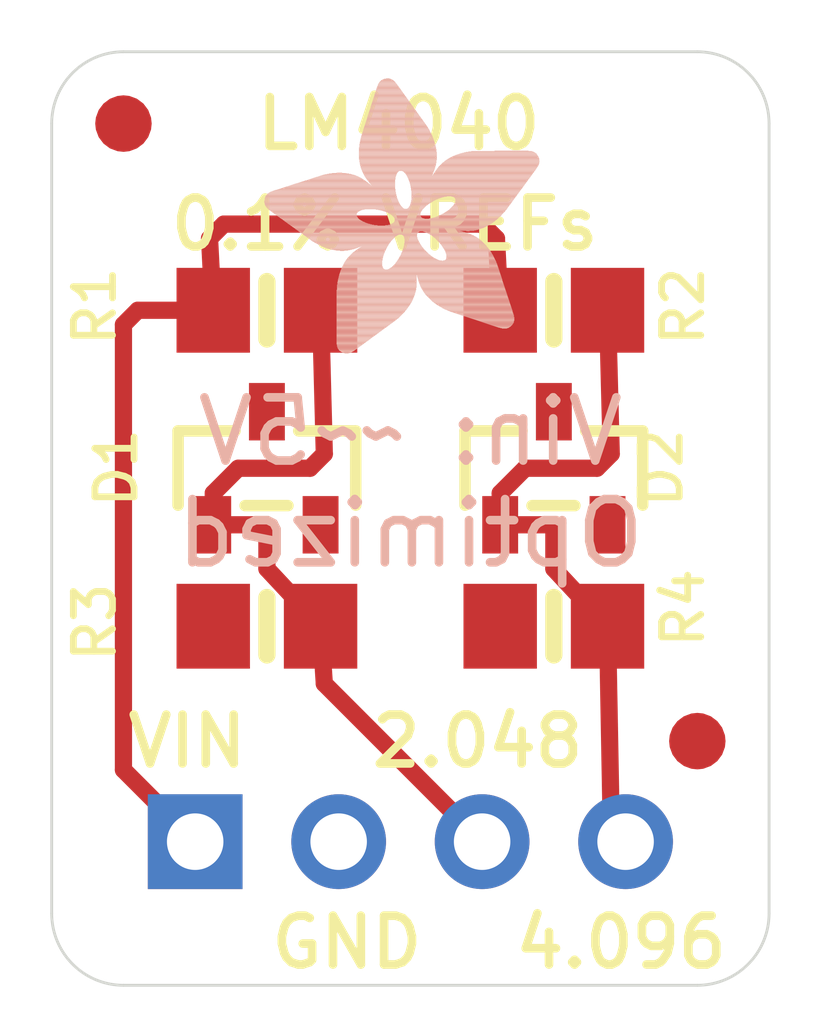
<source format=kicad_pcb>
(kicad_pcb (version 20211014) (generator pcbnew)
  (layers (0 "F.Cu" signal) (31 "B.Cu" signal) (34 "B.Paste" user) (35 "F.Paste" user) (36 "B.SilkS" user "B.Silkscreen") (37 "F.SilkS" user "F.Silkscreen") (38 "B.Mask" user) (39 "F.Mask" user) (44 "Edge.Cuts" user))
  (net 0 "")
  (net 1 "GND")
  (net 2 "VIN")
  (net 3 "2.048V")
  (net 4 "4.096V")
  (footprint "boardEagle:0805-NO" (layer "F.Cu") (at 145.9611 101.3206 180)
    (fp_text reference "R1" (at 3.048 0.8255 90) (layer "F.SilkS") (effects (font (size 0.692831 0.692831) (thickness 0.119969)) (justify right)))
    (fp_text value "750")
    (pad "1" smd rect (at -0.95 0 180) (size 1.3 1.5) (layers "F.Cu" "F.Paste" "F.Mask") (net 3 "2.048V"))
    (pad "2" smd rect (at 0.95 0 180) (size 1.3 1.5) (layers "F.Cu" "F.Paste" "F.Mask") (net 2 "VIN"))
  )
  (footprint "boardEagle:FIDUCIAL_1MM" (layer "F.Cu") (at 143.4211 98.0186)
    (fp_text reference "FID1" hide)
    (fp_text value "FIDUCIAL\"\"" hide)
    (pad "1" smd roundrect (at 0 0) (size 1 1) (layers "F.Cu" "F.Mask") (roundrect_rratio 0.5))
  )
  (footprint "boardEagle:0805-NO" (layer "F.Cu") (at 151.0411 106.9086 180)
    (fp_text reference "R4" (at -2.286 1.0795 90) (layer "F.SilkS") (effects (font (size 0.692831 0.692831) (thickness 0.119969)) (justify right)))
    (fp_text value "10K")
    (pad "1" smd rect (at -0.95 0 180) (size 1.3 1.5) (layers "F.Cu" "F.Paste" "F.Mask") (net 4 "4.096V"))
    (pad "2" smd rect (at 0.95 0 180) (size 1.3 1.5) (layers "F.Cu" "F.Paste" "F.Mask") (net 1 "GND"))
  )
  (footprint "boardEagle:FIDUCIAL_1MM" (layer "F.Cu") (at 153.5811 108.9406)
    (fp_text reference "FID2" hide)
    (fp_text value "FIDUCIAL\"\"" hide)
    (pad "1" smd roundrect (at 0 0) (size 1 1) (layers "F.Cu" "F.Mask") (roundrect_rratio 0.5))
  )
  (footprint "boardEagle:SOT23-R" (layer "F.Cu") (at 145.9611 104.1146)
    (fp_text reference "D1" (at -2.667 -0.762 90) (layer "F.SilkS") (effects (font (size 0.692831 0.692831) (thickness 0.119969)) (justify right)))
    (fp_text value "LM4040AIM3-2.0/NOPB")
    (pad "1" smd rect (at -0.95 1) (size 0.635 1.016) (layers "F.Cu" "F.Paste" "F.Mask") (net 3 "2.048V"))
    (pad "2" smd rect (at 0.95 1) (size 0.635 1.016) (layers "F.Cu" "F.Paste" "F.Mask") (net 1 "GND"))
    (pad "3" smd rect (at 0 -1) (size 0.635 1.016) (layers "F.Cu" "F.Paste" "F.Mask"))
  )
  (footprint "boardEagle:1X04_ROUND" (layer "F.Cu") (at 148.5011 110.7186)
    (fp_text reference "JP1" hide)
    (fp_text value "")
    (pad "1" thru_hole rect (at -3.81 0 90) (size 1.6764 1.6764) (drill 1) (layers *.Cu *.Mask) (net 2 "VIN"))
    (pad "2" thru_hole circle (at -1.27 0 90) (size 1.6764 1.6764) (drill 1) (layers *.Cu *.Mask) (net 1 "GND"))
    (pad "3" thru_hole circle (at 1.27 0 90) (size 1.6764 1.6764) (drill 1) (layers *.Cu *.Mask) (net 3 "2.048V"))
    (pad "4" thru_hole circle (at 3.81 0 90) (size 1.6764 1.6764) (drill 1) (layers *.Cu *.Mask) (net 4 "4.096V"))
  )
  (footprint "boardEagle:0805-NO" (layer "F.Cu") (at 145.9611 106.9086 180)
    (fp_text reference "R3" (at 3.048 0.8255 90) (layer "F.SilkS") (effects (font (size 0.692831 0.692831) (thickness 0.119969)) (justify right)))
    (fp_text value "10K")
    (pad "1" smd rect (at -0.95 0 180) (size 1.3 1.5) (layers "F.Cu" "F.Paste" "F.Mask") (net 3 "2.048V"))
    (pad "2" smd rect (at 0.95 0 180) (size 1.3 1.5) (layers "F.Cu" "F.Paste" "F.Mask") (net 1 "GND"))
  )
  (footprint "boardEagle:SOT23-R" (layer "F.Cu") (at 151.0411 104.1146)
    (fp_text reference "D2" (at 1.905 -0.762 90) (layer "F.SilkS") (effects (font (size 0.692831 0.692831) (thickness 0.119969)) (justify right)))
    (fp_text value "LM4040AIM3-4.1/NOPB")
    (pad "1" smd rect (at -0.95 1) (size 0.635 1.016) (layers "F.Cu" "F.Paste" "F.Mask") (net 4 "4.096V"))
    (pad "2" smd rect (at 0.95 1) (size 0.635 1.016) (layers "F.Cu" "F.Paste" "F.Mask") (net 1 "GND"))
    (pad "3" smd rect (at 0 -1) (size 0.635 1.016) (layers "F.Cu" "F.Paste" "F.Mask"))
  )
  (footprint "boardEagle:0805-NO" (layer "F.Cu") (at 151.0411 101.3206 180)
    (fp_text reference "R2" (at -2.286 0.8255 90) (layer "F.SilkS") (effects (font (size 0.692831 0.692831) (thickness 0.119969)) (justify right)))
    (fp_text value "750")
    (pad "1" smd rect (at -0.95 0 180) (size 1.3 1.5) (layers "F.Cu" "F.Paste" "F.Mask") (net 4 "4.096V"))
    (pad "2" smd rect (at 0.95 0 180) (size 1.3 1.5) (layers "F.Cu" "F.Paste" "F.Mask") (net 2 "VIN"))
  )
  (footprint "boardEagle:ADAFRUIT_5MM" (layer "B.Cu") (at 150.7871 102.0826 180)
    (fp_text reference "U$5" hide)
    (fp_text value "" hide)
  )
  (gr_arc (start 154.8511 111.9886) (mid 154.479126 112.886626) (end 153.5811 113.2586) (layer "Edge.Cuts") (width 0.05))
  (gr_line (start 154.8511 98.0186) (end 154.8511 111.9886) (layer "Edge.Cuts") (width 0.05))
  (gr_line (start 143.4211 96.7486) (end 153.5811 96.7486) (layer "Edge.Cuts") (width 0.05))
  (gr_arc (start 143.4211 113.2586) (mid 142.523074 112.886626) (end 142.1511 111.9886) (layer "Edge.Cuts") (width 0.05))
  (gr_line (start 153.5811 113.2586) (end 143.4211 113.2586) (layer "Edge.Cuts") (width 0.05))
  (gr_arc (start 142.1511 98.0186) (mid 142.523074 97.120574) (end 143.4211 96.7486) (layer "Edge.Cuts") (width 0.05))
  (gr_line (start 142.1511 111.9886) (end 142.1511 98.0186) (layer "Edge.Cuts") (width 0.05))
  (gr_arc (start 153.5811 96.7486) (mid 154.479126 97.120574) (end 154.8511 98.0186) (layer "Edge.Cuts") (width 0.05))
  (gr_text "Vin: ~~5V\nOptimized" (at 148.5011 104.3686) (layer "B.SilkS") (effects (font (size 1.1176 1.1176) (thickness 0.1524)) (justify mirror)))
  (gr_text "4.096" (at 150.2791 113.0046) (layer "F.SilkS") (effects (font (size 0.8636 0.8636) (thickness 0.1524)) (justify left bottom)))
  (gr_text "LM4040" (at 145.7071 98.5266) (layer "F.SilkS") (effects (font (size 0.8636 0.8636) (thickness 0.1524)) (justify left bottom)))
  (gr_text "VIN" (at 143.4211 109.4486) (layer "F.SilkS") (effects (font (size 0.8636 0.8636) (thickness 0.1524)) (justify left bottom)))
  (gr_text "2.048" (at 147.7391 109.4486) (layer "F.SilkS") (effects (font (size 0.8636 0.8636) (thickness 0.1524)) (justify left bottom)))
  (gr_text "0.1% VREFs" (at 144.1831 100.3046) (layer "F.SilkS") (effects (font (size 0.8636 0.8636) (thickness 0.1524)) (justify left bottom)))
  (gr_text "GND" (at 145.9611 113.0046) (layer "F.SilkS") (effects (font (size 0.8636 0.8636) (thickness 0.1524)) (justify left bottom)))
  (segment (start 143.6751 101.3206) (end 143.4211 101.5746) (width 0.3048) (layer "F.Cu") (net 2))
  (segment (start 145.0111 101.3206) (end 144.9451 100.0506) (width 0.3048) (layer "F.Cu") (net 2))
  (segment (start 143.4211 101.5746) (end 143.4211 109.4486) (width 0.3048) (layer "F.Cu") (net 2))
  (segment (start 144.9451 100.0506) (end 145.1991 99.7966) (width 0.3048) (layer "F.Cu") (net 2))
  (segment (start 150.0251 100.0506) (end 150.0911 101.3206) (width 0.3048) (layer "F.Cu") (net 2))
  (segment (start 143.4211 109.4486) (end 144.6911 110.7186) (width 0.3048) (layer "F.Cu") (net 2))
  (segment (start 149.7711 99.7966) (end 150.0251 100.0506) (width 0.3048) (layer "F.Cu") (net 2))
  (segment (start 145.0111 101.3206) (end 143.6751 101.3206) (width 0.3048) (layer "F.Cu") (net 2))
  (segment (start 145.1991 99.7966) (end 149.7711 99.7966) (width 0.3048) (layer "F.Cu") (net 2))
  (segment (start 145.9451 105.1146) (end 145.9611 105.1306) (width 0.3048) (layer "F.Cu") (net 3))
  (segment (start 145.4531 104.1146) (end 145.0111 104.5566) (width 0.3048) (layer "F.Cu") (net 3))
  (segment (start 146.9771 107.9246) (end 149.7711 110.7186) (width 0.3048) (layer "F.Cu") (net 3))
  (segment (start 146.9771 103.8606) (end 146.7231 104.1146) (width 0.3048) (layer "F.Cu") (net 3))
  (segment (start 145.9611 105.8926) (end 146.9111 106.9086) (width 0.3048) (layer "F.Cu") (net 3))
  (segment (start 145.9611 105.1306) (end 145.9611 105.8926) (width 0.3048) (layer "F.Cu") (net 3))
  (segment (start 145.0111 105.1146) (end 145.9451 105.1146) (width 0.3048) (layer "F.Cu") (net 3))
  (segment (start 145.0111 105.1146) (end 145.0111 104.5566) (width 0.3048) (layer "F.Cu") (net 3))
  (segment (start 146.9111 101.3206) (end 146.9771 103.8606) (width 0.3048) (layer "F.Cu") (net 3))
  (segment (start 146.9111 106.9086) (end 146.9771 107.9246) (width 0.3048) (layer "F.Cu") (net 3))
  (segment (start 146.7231 104.1146) (end 145.4531 104.1146) (width 0.3048) (layer "F.Cu") (net 3))
  (segment (start 151.9911 101.3206) (end 152.0571 103.8606) (width 0.3048) (layer "F.Cu") (net 4))
  (segment (start 150.0911 105.1146) (end 150.0911 104.5566) (width 0.3048) (layer "F.Cu") (net 4))
  (segment (start 151.0411 105.1306) (end 151.0411 105.8926) (width 0.3048) (layer "F.Cu") (net 4))
  (segment (start 150.0911 105.1146) (end 151.0251 105.1146) (width 0.3048) (layer "F.Cu") (net 4))
  (segment (start 151.0251 105.1146) (end 151.0411 105.1306) (width 0.3048) (layer "F.Cu") (net 4))
  (segment (start 151.0411 105.8926) (end 151.9911 106.9086) (width 0.3048) (layer "F.Cu") (net 4))
  (segment (start 150.5331 104.1146) (end 150.0911 104.5566) (width 0.3048) (layer "F.Cu") (net 4))
  (segment (start 151.8031 104.1146) (end 150.5331 104.1146) (width 0.3048) (layer "F.Cu") (net 4))
  (segment (start 152.0571 110.4646) (end 152.3111 110.7186) (width 0.3048) (layer "F.Cu") (net 4))
  (segment (start 152.0571 103.8606) (end 151.8031 104.1146) (width 0.3048) (layer "F.Cu") (net 4))
  (segment (start 151.9911 106.9086) (end 152.0571 110.4646) (width 0.3048) (layer "F.Cu") (net 4))
)
</source>
